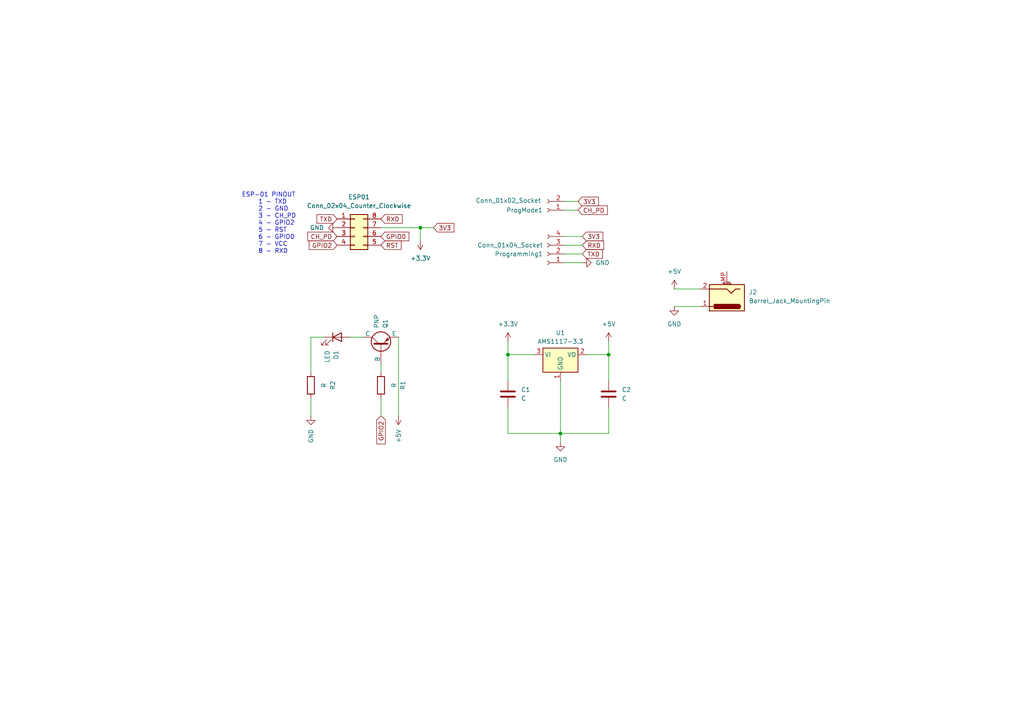
<source format=kicad_sch>
(kicad_sch (version 20250114) (generator "eeschema") (generator_version "9.0")
  (paper "A4")
  (lib_symbols
    (symbol "Connector:Barrel_Jack_MountingPin" (pin_names (hide yes))
      (property "Reference" "J" (at 0 5.334 0))
      (property "Value" "Barrel_Jack_MountingPin" (at 1.27 -6.35 0))
      (symbol "Barrel_Jack_MountingPin_0_1"
        (rectangle (start -5.08 3.81) (end 5.08 -3.81) (stroke (width 0.254)) (fill (type background)))
        (polyline (pts (xy -3.81 -2.54) (xy -2.54 -2.54) (xy -1.27 -1.27) (xy 0 -2.54) (xy 2.54 -2.54) (xy 5.08 -2.54)) (stroke (width 0.254)))
        (arc (start -3.302 1.905) (mid -3.9343 2.54) (end -3.302 3.175) (stroke (width 0.254)))
        (arc (start -3.302 1.905) (mid -3.9343 2.54) (end -3.302 3.175) (stroke (width 0.254)) (fill (type outline)))
        (rectangle (start 3.683 3.175) (end -3.302 1.905) (stroke (width 0.254)) (fill (type outline)))
        (polyline (pts (xy 5.08 2.54) (xy 3.81 2.54)) (stroke (width 0.254)))
      )
      (symbol "Barrel_Jack_MountingPin_1_1"
        (polyline (pts (xy -1.016 -4.572) (xy 1.016 -4.572)) (stroke (width 0.1524)))
        (text "Mounting" (at 0 -4.191 0) (effects (font (size 0.381 0.381))))
        (pin passive line (at 0 -7.62 90) (length 3.048) (name "MountPin") (number "MP"))
        (pin passive line (at 7.62 2.54 180) (length 2.54) (name "~") (number "1"))
        (pin passive line (at 7.62 -2.54 180) (length 2.54) (name "~") (number "2"))
      )
    )
    (symbol "Connector:Conn_01x02_Socket" (pin_names (offset 1.016) (hide yes))
      (property "Reference" "J" (at 0 2.54 0))
      (property "Value" "Conn_01x02_Socket" (at 0 -5.08 0))
      (symbol "Conn_01x02_Socket_1_1"
        (polyline (pts (xy -1.27 0) (xy -0.508 0)) (stroke (width 0.1524)))
        (polyline (pts (xy -1.27 -2.54) (xy -0.508 -2.54)) (stroke (width 0.1524)))
        (arc (start 0 -0.508) (mid -0.5058 0) (end 0 0.508) (stroke (width 0.1524)))
        (arc (start 0 -3.048) (mid -0.5058 -2.54) (end 0 -2.032) (stroke (width 0.1524)))
        (pin passive line (at -5.08 0 0) (length 3.81) (name "Pin_1") (number "1"))
        (pin passive line (at -5.08 -2.54 0) (length 3.81) (name "Pin_2") (number "2"))
      )
    )
    (symbol "Connector:Conn_01x04_Socket" (pin_names (offset 1.016) (hide yes))
      (property "Reference" "J" (at 0 5.08 0))
      (property "Value" "Conn_01x04_Socket" (at 0 -7.62 0))
      (symbol "Conn_01x04_Socket_1_1"
        (polyline (pts (xy -1.27 2.54) (xy -0.508 2.54)) (stroke (width 0.1524)))
        (polyline (pts (xy -1.27 0) (xy -0.508 0)) (stroke (width 0.1524)))
        (polyline (pts (xy -1.27 -2.54) (xy -0.508 -2.54)) (stroke (width 0.1524)))
        (polyline (pts (xy -1.27 -5.08) (xy -0.508 -5.08)) (stroke (width 0.1524)))
        (arc (start 0 2.032) (mid -0.5058 2.54) (end 0 3.048) (stroke (width 0.1524)))
        (arc (start 0 -0.508) (mid -0.5058 0) (end 0 0.508) (stroke (width 0.1524)))
        (arc (start 0 -3.048) (mid -0.5058 -2.54) (end 0 -2.032) (stroke (width 0.1524)))
        (arc (start 0 -5.588) (mid -0.5058 -5.08) (end 0 -4.572) (stroke (width 0.1524)))
        (pin passive line (at -5.08 2.54 0) (length 3.81) (name "Pin_1") (number "1"))
        (pin passive line (at -5.08 0 0) (length 3.81) (name "Pin_2") (number "2"))
        (pin passive line (at -5.08 -2.54 0) (length 3.81) (name "Pin_3") (number "3"))
        (pin passive line (at -5.08 -5.08 0) (length 3.81) (name "Pin_4") (number "4"))
      )
    )
    (symbol "Connector_Generic:Conn_02x04_Counter_Clockwise" (pin_names (offset 1.016) (hide yes))
      (property "Reference" "J" (at 1.27 5.08 0))
      (property "Value" "Conn_02x04_Counter_Clockwise" (at 1.27 -7.62 0))
      (symbol "Conn_02x04_Counter_Clockwise_1_1"
        (rectangle (start -1.27 3.81) (end 3.81 -6.35) (stroke (width 0.254)) (fill (type background)))
        (rectangle (start -1.27 2.667) (end 0 2.413) (stroke (width 0.1524)))
        (rectangle (start -1.27 0.127) (end 0 -0.127) (stroke (width 0.1524)))
        (rectangle (start -1.27 -2.413) (end 0 -2.667) (stroke (width 0.1524)))
        (rectangle (start -1.27 -4.953) (end 0 -5.207) (stroke (width 0.1524)))
        (rectangle (start 3.81 2.667) (end 2.54 2.413) (stroke (width 0.1524)))
        (rectangle (start 3.81 0.127) (end 2.54 -0.127) (stroke (width 0.1524)))
        (rectangle (start 3.81 -2.413) (end 2.54 -2.667) (stroke (width 0.1524)))
        (rectangle (start 3.81 -4.953) (end 2.54 -5.207) (stroke (width 0.1524)))
        (pin passive line (at -5.08 2.54 0) (length 3.81) (name "Pin_1") (number "1"))
        (pin passive line (at -5.08 0 0) (length 3.81) (name "Pin_2") (number "2"))
        (pin passive line (at -5.08 -2.54 0) (length 3.81) (name "Pin_3") (number "3"))
        (pin passive line (at -5.08 -5.08 0) (length 3.81) (name "Pin_4") (number "4"))
        (pin passive line (at 7.62 2.54 180) (length 3.81) (name "Pin_8") (number "8"))
        (pin passive line (at 7.62 0 180) (length 3.81) (name "Pin_7") (number "7"))
        (pin passive line (at 7.62 -2.54 180) (length 3.81) (name "Pin_6") (number "6"))
        (pin passive line (at 7.62 -5.08 180) (length 3.81) (name "Pin_5") (number "5"))
      )
    )
    (symbol "Device:C" (pin_numbers (hide yes)) (pin_names (offset 0.254))
      (property "Reference" "C" (at 0.635 2.54 0))
      (property "Value" "C" (at 0.635 -2.54 0))
      (symbol "C_0_1"
        (polyline (pts (xy -2.032 0.762) (xy 2.032 0.762)) (stroke (width 0.508)))
        (polyline (pts (xy -2.032 -0.762) (xy 2.032 -0.762)) (stroke (width 0.508)))
      )
      (symbol "C_1_1"
        (pin passive line (at 0 3.81 270) (length 2.794) (name "~") (number "1"))
        (pin passive line (at 0 -3.81 90) (length 2.794) (name "~") (number "2"))
      )
    )
    (symbol "Device:LED" (pin_numbers (hide yes)) (pin_names (offset 1.016) (hide yes))
      (property "Reference" "D" (at 0 2.54 0))
      (property "Value" "LED" (at 0 -2.54 0))
      (symbol "LED_0_1"
        (polyline (pts (xy -3.048 -0.762) (xy -4.572 -2.286) (xy -3.81 -2.286) (xy -4.572 -2.286) (xy -4.572 -1.524)))
        (polyline (pts (xy -1.778 -0.762) (xy -3.302 -2.286) (xy -2.54 -2.286) (xy -3.302 -2.286) (xy -3.302 -1.524)))
        (polyline (pts (xy -1.27 0) (xy 1.27 0)))
        (polyline (pts (xy -1.27 -1.27) (xy -1.27 1.27)) (stroke (width 0.254)))
        (polyline (pts (xy 1.27 -1.27) (xy 1.27 1.27) (xy -1.27 0) (xy 1.27 -1.27)) (stroke (width 0.254)))
      )
      (symbol "LED_1_1"
        (pin passive line (at -3.81 0 0) (length 2.54) (name "K") (number "1"))
        (pin passive line (at 3.81 0 180) (length 2.54) (name "A") (number "2"))
      )
    )
    (symbol "Device:R" (pin_numbers (hide yes)) (pin_names (offset 0))
      (property "Reference" "R" (at 2.032 0 90))
      (property "Value" "R" (at 0 0 90))
      (symbol "R_0_1"
        (rectangle (start -1.016 -2.54) (end 1.016 2.54) (stroke (width 0.254)))
      )
      (symbol "R_1_1"
        (pin passive line (at 0 3.81 270) (length 1.27) (name "~") (number "1"))
        (pin passive line (at 0 -3.81 90) (length 1.27) (name "~") (number "2"))
      )
    )
    (symbol "Regulator_Linear:AMS1117-3.3"
      (property "Reference" "U" (at -3.81 3.175 0))
      (property "Value" "AMS1117-3.3" (at 0 3.175 0))
      (symbol "AMS1117-3.3_0_1"
        (rectangle (start -5.08 -5.08) (end 5.08 1.905) (stroke (width 0.254)) (fill (type background)))
      )
      (symbol "AMS1117-3.3_1_1"
        (pin power_in line (at -7.62 0 0) (length 2.54) (name "VI") (number "3"))
        (pin power_in line (at 0 -7.62 90) (length 2.54) (name "GND") (number "1"))
        (pin power_out line (at 7.62 0 180) (length 2.54) (name "VO") (number "2"))
      )
    )
    (symbol "Simulation_SPICE:PNP" (pin_numbers (hide yes)) (pin_names (offset 0))
      (property "Reference" "Q" (at -2.54 7.62 0))
      (property "Value" "PNP" (at -2.54 5.08 0))
      (symbol "PNP_0_1"
        (polyline (pts (xy -2.54 0) (xy 0.635 0)) (stroke (width 0.1524)))
        (polyline (pts (xy 0.635 1.905) (xy 0.635 -1.905) (xy 0.635 -1.905)) (stroke (width 0.508)))
        (polyline (pts (xy 0.635 0.635) (xy 2.54 2.54)))
        (polyline (pts (xy 0.635 -0.635) (xy 2.54 -2.54) (xy 2.54 -2.54)))
        (circle (center 1.27 0) (radius 2.8194) (stroke (width 0.254)))
        (polyline (pts (xy 2.286 -1.778) (xy 1.778 -2.286) (xy 1.27 -1.27) (xy 2.286 -1.778) (xy 2.286 -1.778)) (fill (type outline)))
      )
      (symbol "PNP_1_1"
        (pin input line (at -5.08 0 0) (length 2.54) (name "B") (number "2"))
        (pin open_collector line (at 2.54 5.08 270) (length 2.54) (name "C") (number "1"))
        (pin open_emitter line (at 2.54 -5.08 90) (length 2.54) (name "E") (number "3"))
      )
    )
    (symbol "power:+3.3V" (power) (pin_numbers (hide yes)) (pin_names (offset 0) (hide yes))
      (property "Value" "+3.3V" (at 0 3.556 0))
      (symbol "+3.3V_0_1"
        (polyline (pts (xy -0.762 1.27) (xy 0 2.54)))
        (polyline (pts (xy 0 2.54) (xy 0.762 1.27)))
        (polyline (pts (xy 0 0) (xy 0 2.54)))
      )
      (symbol "+3.3V_1_1"
        (pin power_in line (at 0 0 90) (length 0) (name "~") (number "1"))
      )
    )
    (symbol "power:+5V" (power) (pin_numbers (hide yes)) (pin_names (offset 0) (hide yes))
      (property "Value" "+5V" (at 0 3.556 0))
      (symbol "+5V_0_1"
        (polyline (pts (xy -0.762 1.27) (xy 0 2.54)))
        (polyline (pts (xy 0 2.54) (xy 0.762 1.27)))
        (polyline (pts (xy 0 0) (xy 0 2.54)))
      )
      (symbol "+5V_1_1"
        (pin power_in line (at 0 0 90) (length 0) (name "~") (number "1"))
      )
    )
    (symbol "power:GND" (power) (pin_numbers (hide yes)) (pin_names (offset 0) (hide yes))
      (property "Value" "GND" (at 0 -3.81 0))
      (symbol "GND_0_1"
        (polyline (pts (xy 0 0) (xy 0 -1.27) (xy 1.27 -1.27) (xy 0 -2.54) (xy -1.27 -1.27) (xy 0 -1.27)))
      )
      (symbol "GND_1_1"
        (pin power_in line (at 0 0 270) (length 0) (name "~") (number "1"))
      )
    )
  )
  (text "ESP-01 PINOUT\n	1 - TXD\n	2 - GND\n	3 - CH_PD\n	4 - GPIO2\n	5 - RST\n	6 - GPIO0\n	7 - VCC\n	8 - RXD" (at 70.104 64.77 0) (effects (font (size 1.27 1.27)) (justify left)))
  (junction (at 176.53 102.87))
  (junction (at 147.32 102.87))
  (junction (at 121.92 66.04))
  (junction (at 162.56 125.73))
  (wire (pts (xy 163.83 58.42) (xy 167.64 58.42)))
  (wire (pts (xy 110.49 66.04) (xy 121.92 66.04)))
  (wire (pts (xy 167.64 60.96) (xy 163.83 60.96)))
  (wire (pts (xy 154.94 102.87) (xy 147.32 102.87)))
  (wire (pts (xy 162.56 110.49) (xy 162.56 125.73)))
  (wire (pts (xy 147.32 99.06) (xy 147.32 102.87)))
  (wire (pts (xy 168.91 73.66) (xy 163.83 73.66)))
  (wire (pts (xy 110.49 120.65) (xy 110.49 115.57)))
  (wire (pts (xy 195.58 88.9) (xy 203.2 88.9)))
  (wire (pts (xy 110.49 105.41) (xy 110.49 107.95)))
  (wire (pts (xy 168.91 68.58) (xy 163.83 68.58)))
  (wire (pts (xy 121.92 69.85) (xy 121.92 66.04)))
  (wire (pts (xy 176.53 118.11) (xy 176.53 125.73)))
  (wire (pts (xy 170.18 102.87) (xy 176.53 102.87)))
  (wire (pts (xy 147.32 102.87) (xy 147.32 110.49)))
  (wire (pts (xy 90.17 115.57) (xy 90.17 120.65)))
  (wire (pts (xy 176.53 102.87) (xy 176.53 110.49)))
  (wire (pts (xy 162.56 128.27) (xy 162.56 125.73)))
  (wire (pts (xy 168.91 71.12) (xy 163.83 71.12)))
  (wire (pts (xy 176.53 99.06) (xy 176.53 102.87)))
  (wire (pts (xy 121.92 66.04) (xy 125.73 66.04)))
  (wire (pts (xy 115.57 97.79) (xy 115.57 120.65)))
  (wire (pts (xy 93.98 97.79) (xy 90.17 97.79)))
  (wire (pts (xy 90.17 97.79) (xy 90.17 107.95)))
  (wire (pts (xy 147.32 125.73) (xy 147.32 118.11)))
  (wire (pts (xy 176.53 125.73) (xy 162.56 125.73)))
  (wire (pts (xy 162.56 125.73) (xy 147.32 125.73)))
  (wire (pts (xy 168.91 76.2) (xy 163.83 76.2)))
  (wire (pts (xy 195.58 83.82) (xy 203.2 83.82)))
  (wire (pts (xy 105.41 97.79) (xy 101.6 97.79)))
  (global_label "GPIO2" (shape input) (at 110.49 120.65 270) (property "Intersheetrefs" "${INTERSHEET_REFS}" (effects (hide yes))))
  (global_label "3V3" (shape input) (at 167.64 58.42 0) (property "Intersheetrefs" "${INTERSHEET_REFS}" (effects (hide yes))))
  (global_label "GPIO2" (shape input) (at 97.79 71.12 180) (property "Intersheetrefs" "${INTERSHEET_REFS}" (effects (hide yes))))
  (global_label "RXD" (shape input) (at 110.49 63.5 0) (property "Intersheetrefs" "${INTERSHEET_REFS}" (effects (hide yes))))
  (global_label "GPIO0" (shape input) (at 110.49 68.58 0) (property "Intersheetrefs" "${INTERSHEET_REFS}" (effects (hide yes))))
  (global_label "CH_PD" (shape input) (at 167.64 60.96 0) (property "Intersheetrefs" "${INTERSHEET_REFS}" (effects (hide yes))))
  (global_label "3V3" (shape input) (at 125.73 66.04 0) (property "Intersheetrefs" "${INTERSHEET_REFS}" (effects (hide yes))))
  (global_label "RXD" (shape input) (at 168.91 71.12 0) (property "Intersheetrefs" "${INTERSHEET_REFS}" (effects (hide yes))))
  (global_label "3V3" (shape input) (at 168.91 68.58 0) (property "Intersheetrefs" "${INTERSHEET_REFS}" (effects (hide yes))))
  (global_label "TXD" (shape input) (at 168.91 73.66 0) (property "Intersheetrefs" "${INTERSHEET_REFS}" (effects (hide yes))))
  (global_label "CH_PD" (shape input) (at 97.79 68.58 180) (property "Intersheetrefs" "${INTERSHEET_REFS}" (effects (hide yes))))
  (global_label "RST" (shape input) (at 110.49 71.12 0) (property "Intersheetrefs" "${INTERSHEET_REFS}" (effects (hide yes))))
  (global_label "TXD" (shape input) (at 97.79 63.5 180) (property "Intersheetrefs" "${INTERSHEET_REFS}" (effects (hide yes))))
  (symbol (lib_id "Device:C") (at 176.53 114.3 0) (unit 1)
    (property "Reference" "C2" (at 180.34 113.0299 0) (effects (justify left)))
    (property "Value" "C" (at 180.34 115.5699 0) (effects (justify left)))
    (property "Footprint" "Capacitor_THT:C_Disc_D3.0mm_W1.6mm_P2.50mm" (effects (hide yes)))
    (property "Description" "Unpolarized capacitor" (effects (hide yes)))
  )
  (symbol (lib_id "power:GND") (at 168.91 76.2 90) (unit 1)
    (property "Reference" "#PWR010" (effects (hide yes)))
    (property "Value" "GND" (at 172.72 76.2001 90) (effects (justify right)))
    (property "Description" "Power symbol creates a global label with name \"GND\" , ground" (effects (hide yes)))
  )
  (symbol (lib_id "Device:R") (at 110.49 111.76 0) (unit 1)
    (property "Reference" "R1" (at 116.84 111.76 90))
    (property "Value" "R" (at 114.3 111.76 90))
    (property "Footprint" "Resistor_THT:R_Axial_DIN0204_L3.6mm_D1.6mm_P5.08mm_Horizontal" (effects (hide yes)))
    (property "Description" "Resistor" (effects (hide yes)))
  )
  (symbol (lib_id "Connector:Barrel_Jack_MountingPin") (at 210.82 86.36 180) (unit 1)
    (property "Reference" "J2" (at 217.17 84.7343 0) (effects (justify right)))
    (property "Value" "Barrel_Jack_MountingPin" (at 217.17 87.2743 0) (effects (justify right)))
    (property "Footprint" "Connector_BarrelJack:BarrelJack_Kycon_KLDX-0202-xC_Horizontal" (effects (hide yes)))
    (property "Description" "DC Barrel Jack with a mounting pin" (effects (hide yes)))
  )
  (symbol (lib_id "power:+3.3V") (at 121.92 69.85 180) (unit 1)
    (property "Reference" "#PWR07" (effects (hide yes)))
    (property "Value" "+3.3V" (at 121.92 74.93 0))
    (property "Description" "Power symbol creates a global label with name \"+3.3V\"" (effects (hide yes)))
  )
  (symbol (lib_id "Device:R") (at 90.17 111.76 0) (unit 1)
    (property "Reference" "R2" (at 96.52 111.76 90))
    (property "Value" "R" (at 93.98 111.76 90))
    (property "Footprint" "Resistor_THT:R_Axial_DIN0204_L3.6mm_D1.6mm_P5.08mm_Horizontal" (effects (hide yes)))
    (property "Description" "Resistor" (effects (hide yes)))
  )
  (symbol (lib_id "Connector:Conn_01x04_Socket") (at 158.75 73.66 180) (unit 1)
    (property "Reference" "Programming1" (at 157.48 73.6601 0) (effects (justify left)))
    (property "Value" "Conn_01x04_Socket" (at 157.48 71.1201 0) (effects (justify left)))
    (property "Footprint" "Connector_PinSocket_2.54mm:PinSocket_1x04_P2.54mm_Vertical" (effects (hide yes)))
    (property "Description" "Generic connector, single row, 01x04, script generated" (effects (hide yes)))
  )
  (symbol (lib_id "Device:C") (at 147.32 114.3 0) (unit 1)
    (property "Reference" "C1" (at 151.13 113.0299 0) (effects (justify left)))
    (property "Value" "C" (at 151.13 115.5699 0) (effects (justify left)))
    (property "Footprint" "Capacitor_THT:C_Disc_D3.0mm_W1.6mm_P2.50mm" (effects (hide yes)))
    (property "Description" "Unpolarized capacitor" (effects (hide yes)))
  )
  (symbol (lib_id "Connector:Conn_01x02_Socket") (at 158.75 60.96 180) (unit 1)
    (property "Reference" "ProgMode1" (at 146.812 60.96 0) (effects (justify right)))
    (property "Value" "Conn_01x02_Socket" (at 137.922 58.166 0) (effects (justify right)))
    (property "Footprint" "Connector_PinSocket_2.54mm:PinSocket_1x02_P2.54mm_Vertical" (effects (hide yes)))
    (property "Description" "Generic connector, single row, 01x02, script generated" (effects (hide yes)))
  )
  (symbol (lib_id "power:+5V") (at 176.53 99.06 0) (unit 1)
    (property "Reference" "#PWR02" (effects (hide yes)))
    (property "Value" "+5V" (at 176.53 93.98 0))
    (property "Description" "Power symbol creates a global label with name \"+5V\"" (effects (hide yes)))
  )
  (symbol (lib_id "power:+5V") (at 195.58 83.82 0) (unit 1)
    (property "Reference" "#PWR06" (effects (hide yes)))
    (property "Value" "+5V" (at 195.58 78.74 0))
    (property "Description" "Power symbol creates a global label with name \"+5V\"" (effects (hide yes)))
  )
  (symbol (lib_id "Connector_Generic:Conn_02x04_Counter_Clockwise") (at 102.87 66.04 0) (unit 1)
    (property "Reference" "ESP01" (at 104.14 57.15 0))
    (property "Value" "Conn_02x04_Counter_Clockwise" (at 104.14 59.69 0))
    (property "Footprint" "Connector_PinHeader_2.54mm:PinHeader_2x04_P2.54mm_Vertical" (effects (hide yes)))
    (property "Description" "Generic connector, double row, 02x04, counter clockwise pin numbering scheme (similar to DIP package numbering), script generated (kicad-library-utils/schlib/autogen/connector/)" (effects (hide yes)))
  )
  (symbol (lib_id "Regulator_Linear:AMS1117-3.3") (at 162.56 102.87 0) (unit 1)
    (property "Reference" "U1" (at 162.56 96.52 0))
    (property "Value" "AMS1117-3.3" (at 162.56 99.06 0))
    (property "Footprint" "Package_TO_SOT_SMD:SOT-223-3_TabPin2" (effects (hide yes)))
    (property "Datasheet" "http://www.advanced-monolithic.com/pdf/ds1117.pdf" (effects (hide yes)))
    (property "Description" "1A Low Dropout regulator, positive, 3.3V fixed output, SOT-223" (effects (hide yes)))
  )
  (symbol (lib_id "power:GND") (at 195.58 88.9 0) (unit 1)
    (property "Reference" "#PWR04" (effects (hide yes)))
    (property "Value" "GND" (at 195.58 93.98 0))
    (property "Description" "Power symbol creates a global label with name \"GND\" , ground" (effects (hide yes)))
  )
  (symbol (lib_id "power:+3.3V") (at 147.32 99.06 0) (unit 1)
    (property "Reference" "#PWR01" (effects (hide yes)))
    (property "Value" "+3.3V" (at 147.32 93.98 0))
    (property "Description" "Power symbol creates a global label with name \"+3.3V\"" (effects (hide yes)))
  )
  (symbol (lib_id "Simulation_SPICE:PNP") (at 110.49 100.33 90) (unit 1)
    (property "Reference" "Q1" (at 111.7601 95.25 0) (effects (justify left)))
    (property "Value" "PNP" (at 109.2201 95.25 0) (effects (justify left)))
    (property "Footprint" "Package_TO_SOT_THT:TO-92" (effects (hide yes)))
    (property "Datasheet" "https://ngspice.sourceforge.io/docs/ngspice-html-manual/manual.xhtml#cha_BJTs" (effects (hide yes)))
    (property "Description" "Bipolar transistor symbol for simulation only, substrate tied to the emitter" (effects (hide yes)))
    (property "Sim.Device" "PNP" (effects (hide yes)))
    (property "Sim.Type" "GUMMELPOON" (effects (hide yes)))
    (property "Sim.Pins" "1=C 2=B 3=E" (effects (hide yes)))
  )
  (symbol (lib_id "power:GND") (at 90.17 120.65 0) (unit 1)
    (property "Reference" "#PWR08" (effects (hide yes)))
    (property "Value" "GND" (at 90.1701 124.46 90) (effects (justify right)))
    (property "Description" "Power symbol creates a global label with name \"GND\" , ground" (effects (hide yes)))
  )
  (symbol (lib_id "power:GND") (at 97.79 66.04 270) (unit 1)
    (property "Reference" "#PWR09" (effects (hide yes)))
    (property "Value" "GND" (at 93.98 66.0399 90) (effects (justify right)))
    (property "Description" "Power symbol creates a global label with name \"GND\" , ground" (effects (hide yes)))
  )
  (symbol (lib_id "power:GND") (at 162.56 128.27 0) (unit 1)
    (property "Reference" "#PWR03" (effects (hide yes)))
    (property "Value" "GND" (at 162.56 133.35 0))
    (property "Description" "Power symbol creates a global label with name \"GND\" , ground" (effects (hide yes)))
  )
  (symbol (lib_id "Device:LED") (at 97.79 97.79 0) (unit 1)
    (property "Reference" "D1" (at 97.4726 101.6 90) (effects (justify right)))
    (property "Value" "LED" (at 94.9326 101.6 90) (effects (justify right)))
    (property "Footprint" "LED_THT:LED_D5.0mm_Horizontal_O1.27mm_Z3.0mm" (effects (hide yes)))
    (property "Description" "Light emitting diode" (effects (hide yes)))
    (property "Sim.Pins" "1=K 2=A" (effects (hide yes)))
  )
  (symbol (lib_id "power:+5V") (at 115.57 120.65 180) (unit 1)
    (property "Reference" "#PWR05" (effects (hide yes)))
    (property "Value" "+5V" (at 115.5701 124.46 90) (effects (justify left)))
    (property "Description" "Power symbol creates a global label with name \"+5V\"" (effects (hide yes)))
  )
)
</source>
